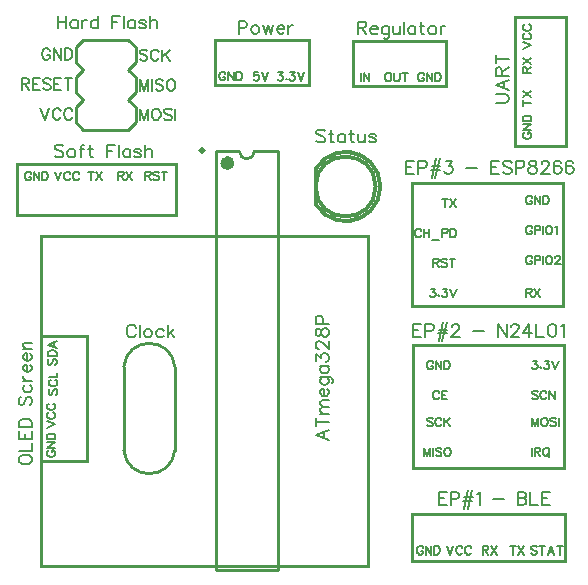
<source format=gto>
G04 ---------------------------- Layer name :TOP SILK LAYER*
G04 EasyEDA v5.8.22, Sun, 20 Jan 2019 09:53:09 GMT*
G04 867d7e44f41141d591986c9d2056cd44*
G04 Gerber Generator version 0.2*
G04 Scale: 100 percent, Rotated: No, Reflected: No *
G04 Dimensions in millimeters *
G04 leading zeros omitted , absolute positions ,3 integer and 3 decimal *
%FSLAX33Y33*%
%MOMM*%
G90*
G71D02*

%ADD10C,0.254000*%
%ADD15C,0.304516*%
%ADD16C,0.304521*%
%ADD17C,0.599999*%
%ADD18C,0.299999*%
%ADD19C,0.127000*%
%ADD20C,0.200000*%
%ADD21C,0.177800*%
%ADD22C,0.152000*%

%LPD*%
G54D15*
G01X26141Y35491D02*
G01X26141Y32504D01*
G54D10*
G01X14224Y18757D02*
G01X14224Y11645D01*
G01X9906Y18757D02*
G01X9906Y11645D01*
G01X6477Y46443D02*
G01X5842Y45808D01*
G01X5842Y44538D02*
G01X6477Y43903D01*
G01X6477Y43903D02*
G01X5842Y43268D01*
G01X5842Y41998D02*
G01X6477Y41363D01*
G01X6477Y41363D02*
G01X5842Y40728D01*
G01X5842Y39458D02*
G01X6477Y38823D01*
G01X10281Y46433D02*
G01X10916Y45798D01*
G01X10916Y44528D02*
G01X10916Y45798D01*
G01X10281Y43893D02*
G01X10916Y43258D01*
G01X10916Y43258D02*
G01X10916Y41988D01*
G01X10916Y41988D02*
G01X10281Y41353D01*
G01X10281Y41353D02*
G01X10916Y40718D01*
G01X10916Y40718D02*
G01X10916Y39448D01*
G01X10916Y39448D02*
G01X10281Y38813D01*
G01X10281Y38813D02*
G01X6491Y38813D01*
G01X5842Y40728D02*
G01X5842Y39458D01*
G01X5842Y43268D02*
G01X5842Y41998D01*
G01X5842Y45808D02*
G01X5842Y44538D01*
G01X10921Y44536D02*
G01X10286Y43901D01*
G01X6471Y46443D02*
G01X10242Y46443D01*
G01X20955Y36965D02*
G01X22970Y36965D01*
G01X22970Y1565D01*
G01X17669Y1565D01*
G01X17669Y36965D01*
G01X19685Y36965D01*
G54D19*
G01X26929Y38668D02*
G01X26824Y38773D01*
G01X26670Y38823D01*
G01X26461Y38823D01*
G01X26306Y38773D01*
G01X26202Y38668D01*
G01X26202Y38564D01*
G01X26253Y38460D01*
G01X26306Y38409D01*
G01X26410Y38356D01*
G01X26723Y38252D01*
G01X26824Y38201D01*
G01X26878Y38150D01*
G01X26929Y38046D01*
G01X26929Y37889D01*
G01X26824Y37785D01*
G01X26670Y37734D01*
G01X26461Y37734D01*
G01X26306Y37785D01*
G01X26202Y37889D01*
G01X27429Y38823D02*
G01X27429Y37942D01*
G01X27480Y37785D01*
G01X27584Y37734D01*
G01X27688Y37734D01*
G01X27271Y38460D02*
G01X27637Y38460D01*
G01X28653Y38460D02*
G01X28653Y37734D01*
G01X28653Y38305D02*
G01X28552Y38409D01*
G01X28448Y38460D01*
G01X28290Y38460D01*
G01X28186Y38409D01*
G01X28082Y38305D01*
G01X28031Y38150D01*
G01X28031Y38046D01*
G01X28082Y37889D01*
G01X28186Y37785D01*
G01X28290Y37734D01*
G01X28448Y37734D01*
G01X28552Y37785D01*
G01X28653Y37889D01*
G01X29154Y38823D02*
G01X29154Y37942D01*
G01X29204Y37785D01*
G01X29309Y37734D01*
G01X29413Y37734D01*
G01X28996Y38460D02*
G01X29362Y38460D01*
G01X29756Y38460D02*
G01X29756Y37942D01*
G01X29809Y37785D01*
G01X29911Y37734D01*
G01X30068Y37734D01*
G01X30172Y37785D01*
G01X30327Y37942D01*
G01X30327Y38460D02*
G01X30327Y37734D01*
G01X31242Y38305D02*
G01X31191Y38409D01*
G01X31033Y38460D01*
G01X30878Y38460D01*
G01X30723Y38409D01*
G01X30670Y38305D01*
G01X30723Y38201D01*
G01X30825Y38150D01*
G01X31087Y38097D01*
G01X31191Y38046D01*
G01X31242Y37942D01*
G01X31242Y37889D01*
G01X31191Y37785D01*
G01X31033Y37734D01*
G01X30878Y37734D01*
G01X30723Y37785D01*
G01X30670Y37889D01*
G01X10939Y22054D02*
G01X10886Y22158D01*
G01X10782Y22263D01*
G01X10680Y22313D01*
G01X10472Y22313D01*
G01X10368Y22263D01*
G01X10264Y22158D01*
G01X10210Y22054D01*
G01X10160Y21899D01*
G01X10160Y21640D01*
G01X10210Y21483D01*
G01X10264Y21379D01*
G01X10368Y21275D01*
G01X10472Y21224D01*
G01X10680Y21224D01*
G01X10782Y21275D01*
G01X10886Y21379D01*
G01X10939Y21483D01*
G01X11282Y22313D02*
G01X11282Y21224D01*
G01X11884Y21950D02*
G01X11780Y21899D01*
G01X11676Y21795D01*
G01X11625Y21640D01*
G01X11625Y21536D01*
G01X11676Y21379D01*
G01X11780Y21275D01*
G01X11884Y21224D01*
G01X12039Y21224D01*
G01X12143Y21275D01*
G01X12247Y21379D01*
G01X12301Y21536D01*
G01X12301Y21640D01*
G01X12247Y21795D01*
G01X12143Y21899D01*
G01X12039Y21950D01*
G01X11884Y21950D01*
G01X13266Y21795D02*
G01X13162Y21899D01*
G01X13058Y21950D01*
G01X12903Y21950D01*
G01X12799Y21899D01*
G01X12694Y21795D01*
G01X12644Y21640D01*
G01X12644Y21536D01*
G01X12694Y21379D01*
G01X12799Y21275D01*
G01X12903Y21224D01*
G01X13058Y21224D01*
G01X13162Y21275D01*
G01X13266Y21379D01*
G01X13609Y22313D02*
G01X13609Y21224D01*
G01X14130Y21950D02*
G01X13609Y21432D01*
G01X13817Y21640D02*
G01X14180Y21224D01*
G01X4318Y48475D02*
G01X4318Y47386D01*
G01X5044Y48475D02*
G01X5044Y47386D01*
G01X4318Y47957D02*
G01X5044Y47957D01*
G01X6012Y48112D02*
G01X6012Y47386D01*
G01X6012Y47957D02*
G01X5908Y48061D01*
G01X5803Y48112D01*
G01X5648Y48112D01*
G01X5544Y48061D01*
G01X5440Y47957D01*
G01X5387Y47802D01*
G01X5387Y47698D01*
G01X5440Y47541D01*
G01X5544Y47437D01*
G01X5648Y47386D01*
G01X5803Y47386D01*
G01X5908Y47437D01*
G01X6012Y47541D01*
G01X6355Y48112D02*
G01X6355Y47386D01*
G01X6355Y47802D02*
G01X6405Y47957D01*
G01X6510Y48061D01*
G01X6614Y48112D01*
G01X6769Y48112D01*
G01X7736Y48475D02*
G01X7736Y47386D01*
G01X7736Y47957D02*
G01X7632Y48061D01*
G01X7528Y48112D01*
G01X7373Y48112D01*
G01X7269Y48061D01*
G01X7165Y47957D01*
G01X7112Y47802D01*
G01X7112Y47698D01*
G01X7165Y47541D01*
G01X7269Y47437D01*
G01X7373Y47386D01*
G01X7528Y47386D01*
G01X7632Y47437D01*
G01X7736Y47541D01*
G01X8879Y48475D02*
G01X8879Y47386D01*
G01X8879Y48475D02*
G01X9555Y48475D01*
G01X8879Y47957D02*
G01X9296Y47957D01*
G01X9898Y48475D02*
G01X9898Y47386D01*
G01X10863Y48112D02*
G01X10863Y47386D01*
G01X10863Y47957D02*
G01X10759Y48061D01*
G01X10655Y48112D01*
G01X10500Y48112D01*
G01X10396Y48061D01*
G01X10292Y47957D01*
G01X10241Y47802D01*
G01X10241Y47698D01*
G01X10292Y47541D01*
G01X10396Y47437D01*
G01X10500Y47386D01*
G01X10655Y47386D01*
G01X10759Y47437D01*
G01X10863Y47541D01*
G01X11777Y47957D02*
G01X11727Y48061D01*
G01X11569Y48112D01*
G01X11414Y48112D01*
G01X11259Y48061D01*
G01X11206Y47957D01*
G01X11259Y47853D01*
G01X11363Y47802D01*
G01X11623Y47749D01*
G01X11727Y47698D01*
G01X11777Y47594D01*
G01X11777Y47541D01*
G01X11727Y47437D01*
G01X11569Y47386D01*
G01X11414Y47386D01*
G01X11259Y47437D01*
G01X11206Y47541D01*
G01X12120Y48475D02*
G01X12120Y47386D01*
G01X12120Y47904D02*
G01X12278Y48061D01*
G01X12382Y48112D01*
G01X12537Y48112D01*
G01X12641Y48061D01*
G01X12692Y47904D01*
G01X12692Y47386D01*
G54D20*
G01X2847Y40603D02*
G01X3210Y39648D01*
G01X3573Y40603D02*
G01X3210Y39648D01*
G01X4556Y40375D02*
G01X4511Y40466D01*
G01X4419Y40558D01*
G01X4328Y40603D01*
G01X4147Y40603D01*
G01X4056Y40558D01*
G01X3964Y40466D01*
G01X3919Y40375D01*
G01X3873Y40240D01*
G01X3873Y40012D01*
G01X3919Y39874D01*
G01X3964Y39786D01*
G01X4056Y39694D01*
G01X4147Y39648D01*
G01X4328Y39648D01*
G01X4419Y39694D01*
G01X4511Y39786D01*
G01X4556Y39874D01*
G01X5537Y40375D02*
G01X5494Y40466D01*
G01X5402Y40558D01*
G01X5311Y40603D01*
G01X5128Y40603D01*
G01X5039Y40558D01*
G01X4947Y40466D01*
G01X4902Y40375D01*
G01X4856Y40240D01*
G01X4856Y40012D01*
G01X4902Y39874D01*
G01X4947Y39786D01*
G01X5039Y39694D01*
G01X5128Y39648D01*
G01X5311Y39648D01*
G01X5402Y39694D01*
G01X5494Y39786D01*
G01X5537Y39874D01*
G01X11262Y40573D02*
G01X11262Y39618D01*
G01X11262Y40573D02*
G01X11625Y39618D01*
G01X11988Y40573D02*
G01X11625Y39618D01*
G01X11988Y40573D02*
G01X11988Y39618D01*
G01X12562Y40573D02*
G01X12471Y40528D01*
G01X12379Y40436D01*
G01X12333Y40345D01*
G01X12288Y40210D01*
G01X12288Y39982D01*
G01X12333Y39844D01*
G01X12379Y39756D01*
G01X12471Y39664D01*
G01X12562Y39618D01*
G01X12742Y39618D01*
G01X12834Y39664D01*
G01X12925Y39756D01*
G01X12971Y39844D01*
G01X13017Y39982D01*
G01X13017Y40210D01*
G01X12971Y40345D01*
G01X12925Y40436D01*
G01X12834Y40528D01*
G01X12742Y40573D01*
G01X12562Y40573D01*
G01X13951Y40436D02*
G01X13863Y40528D01*
G01X13725Y40573D01*
G01X13543Y40573D01*
G01X13408Y40528D01*
G01X13316Y40436D01*
G01X13316Y40345D01*
G01X13362Y40253D01*
G01X13408Y40210D01*
G01X13497Y40165D01*
G01X13771Y40073D01*
G01X13863Y40027D01*
G01X13908Y39982D01*
G01X13951Y39890D01*
G01X13951Y39756D01*
G01X13863Y39664D01*
G01X13725Y39618D01*
G01X13543Y39618D01*
G01X13408Y39664D01*
G01X13316Y39756D01*
G01X14254Y40573D02*
G01X14254Y39618D01*
G01X11262Y43073D02*
G01X11262Y42118D01*
G01X11262Y43073D02*
G01X11625Y42118D01*
G01X11988Y43073D02*
G01X11625Y42118D01*
G01X11988Y43073D02*
G01X11988Y42118D01*
G01X12288Y43073D02*
G01X12288Y42118D01*
G01X13225Y42936D02*
G01X13134Y43028D01*
G01X12999Y43073D01*
G01X12816Y43073D01*
G01X12679Y43028D01*
G01X12590Y42936D01*
G01X12590Y42845D01*
G01X12633Y42753D01*
G01X12679Y42710D01*
G01X12770Y42664D01*
G01X13045Y42573D01*
G01X13134Y42527D01*
G01X13179Y42482D01*
G01X13225Y42390D01*
G01X13225Y42255D01*
G01X13134Y42164D01*
G01X12999Y42118D01*
G01X12816Y42118D01*
G01X12679Y42164D01*
G01X12590Y42255D01*
G01X13799Y43073D02*
G01X13708Y43028D01*
G01X13616Y42936D01*
G01X13570Y42845D01*
G01X13525Y42710D01*
G01X13525Y42482D01*
G01X13570Y42344D01*
G01X13616Y42255D01*
G01X13708Y42164D01*
G01X13799Y42118D01*
G01X13979Y42118D01*
G01X14071Y42164D01*
G01X14162Y42255D01*
G01X14208Y42344D01*
G01X14254Y42482D01*
G01X14254Y42710D01*
G01X14208Y42845D01*
G01X14162Y42936D01*
G01X14071Y43028D01*
G01X13979Y43073D01*
G01X13799Y43073D01*
G01X11899Y45456D02*
G01X11808Y45548D01*
G01X11671Y45594D01*
G01X11488Y45594D01*
G01X11353Y45548D01*
G01X11262Y45456D01*
G01X11262Y45365D01*
G01X11307Y45273D01*
G01X11353Y45230D01*
G01X11444Y45185D01*
G01X11716Y45093D01*
G01X11808Y45047D01*
G01X11853Y45002D01*
G01X11899Y44910D01*
G01X11899Y44776D01*
G01X11808Y44684D01*
G01X11671Y44638D01*
G01X11488Y44638D01*
G01X11353Y44684D01*
G01X11262Y44776D01*
G01X12880Y45365D02*
G01X12834Y45456D01*
G01X12742Y45548D01*
G01X12654Y45594D01*
G01X12471Y45594D01*
G01X12379Y45548D01*
G01X12288Y45456D01*
G01X12245Y45365D01*
G01X12199Y45230D01*
G01X12199Y45002D01*
G01X12245Y44865D01*
G01X12288Y44776D01*
G01X12379Y44684D01*
G01X12471Y44638D01*
G01X12654Y44638D01*
G01X12742Y44684D01*
G01X12834Y44776D01*
G01X12880Y44865D01*
G01X13179Y45594D02*
G01X13179Y44638D01*
G01X13817Y45594D02*
G01X13179Y44956D01*
G01X13408Y45185D02*
G01X13817Y44638D01*
G01X1247Y43143D02*
G01X1247Y42188D01*
G01X1247Y43143D02*
G01X1656Y43143D01*
G01X1793Y43098D01*
G01X1838Y43052D01*
G01X1884Y42961D01*
G01X1884Y42869D01*
G01X1838Y42780D01*
G01X1793Y42734D01*
G01X1656Y42689D01*
G01X1247Y42689D01*
G01X1564Y42689D02*
G01X1884Y42188D01*
G01X2184Y43143D02*
G01X2184Y42188D01*
G01X2184Y43143D02*
G01X2773Y43143D01*
G01X2184Y42689D02*
G01X2547Y42689D01*
G01X2184Y42188D02*
G01X2773Y42188D01*
G01X3710Y43006D02*
G01X3619Y43098D01*
G01X3482Y43143D01*
G01X3302Y43143D01*
G01X3164Y43098D01*
G01X3073Y43006D01*
G01X3073Y42915D01*
G01X3119Y42823D01*
G01X3164Y42780D01*
G01X3256Y42734D01*
G01X3528Y42643D01*
G01X3619Y42597D01*
G01X3665Y42552D01*
G01X3710Y42460D01*
G01X3710Y42326D01*
G01X3619Y42234D01*
G01X3482Y42188D01*
G01X3302Y42188D01*
G01X3164Y42234D01*
G01X3073Y42326D01*
G01X4010Y43143D02*
G01X4010Y42188D01*
G01X4010Y43143D02*
G01X4602Y43143D01*
G01X4010Y42689D02*
G01X4373Y42689D01*
G01X4010Y42188D02*
G01X4602Y42188D01*
G01X5219Y43143D02*
G01X5219Y42188D01*
G01X4902Y43143D02*
G01X5537Y43143D01*
G01X3662Y45465D02*
G01X3619Y45556D01*
G01X3528Y45648D01*
G01X3436Y45693D01*
G01X3253Y45693D01*
G01X3164Y45648D01*
G01X3073Y45556D01*
G01X3027Y45465D01*
G01X2981Y45330D01*
G01X2981Y45102D01*
G01X3027Y44964D01*
G01X3073Y44875D01*
G01X3164Y44784D01*
G01X3253Y44738D01*
G01X3436Y44738D01*
G01X3528Y44784D01*
G01X3619Y44875D01*
G01X3662Y44964D01*
G01X3662Y45102D01*
G01X3436Y45102D02*
G01X3662Y45102D01*
G01X3964Y45693D02*
G01X3964Y44738D01*
G01X3964Y45693D02*
G01X4599Y44738D01*
G01X4599Y45693D02*
G01X4599Y44738D01*
G01X4899Y45693D02*
G01X4899Y44738D01*
G01X4899Y45693D02*
G01X5217Y45693D01*
G01X5354Y45648D01*
G01X5445Y45556D01*
G01X5491Y45465D01*
G01X5537Y45330D01*
G01X5537Y45102D01*
G01X5491Y44964D01*
G01X5445Y44875D01*
G01X5354Y44784D01*
G01X5217Y44738D01*
G01X4899Y44738D01*
G54D19*
G01X26162Y12926D02*
G01X27251Y12509D01*
G01X26162Y12926D02*
G01X27251Y13340D01*
G01X26888Y12664D02*
G01X26888Y13185D01*
G01X26162Y14046D02*
G01X27251Y14046D01*
G01X26162Y13682D02*
G01X26162Y14411D01*
G01X26525Y14754D02*
G01X27251Y14754D01*
G01X26733Y14754D02*
G01X26576Y14909D01*
G01X26525Y15013D01*
G01X26525Y15168D01*
G01X26576Y15272D01*
G01X26733Y15326D01*
G01X27251Y15326D01*
G01X26733Y15326D02*
G01X26576Y15481D01*
G01X26525Y15585D01*
G01X26525Y15740D01*
G01X26576Y15844D01*
G01X26733Y15897D01*
G01X27251Y15897D01*
G01X26835Y16240D02*
G01X26835Y16863D01*
G01X26733Y16863D01*
G01X26629Y16812D01*
G01X26576Y16758D01*
G01X26525Y16654D01*
G01X26525Y16499D01*
G01X26576Y16395D01*
G01X26680Y16291D01*
G01X26835Y16240D01*
G01X26939Y16240D01*
G01X27096Y16291D01*
G01X27200Y16395D01*
G01X27251Y16499D01*
G01X27251Y16654D01*
G01X27200Y16758D01*
G01X27096Y16863D01*
G01X26525Y17830D02*
G01X27355Y17830D01*
G01X27510Y17777D01*
G01X27564Y17726D01*
G01X27614Y17622D01*
G01X27614Y17465D01*
G01X27564Y17360D01*
G01X26680Y17830D02*
G01X26576Y17726D01*
G01X26525Y17622D01*
G01X26525Y17465D01*
G01X26576Y17360D01*
G01X26680Y17259D01*
G01X26835Y17205D01*
G01X26939Y17205D01*
G01X27096Y17259D01*
G01X27200Y17360D01*
G01X27251Y17465D01*
G01X27251Y17622D01*
G01X27200Y17726D01*
G01X27096Y17830D01*
G01X26525Y18795D02*
G01X27251Y18795D01*
G01X26680Y18795D02*
G01X26576Y18691D01*
G01X26525Y18587D01*
G01X26525Y18432D01*
G01X26576Y18328D01*
G01X26680Y18224D01*
G01X26835Y18173D01*
G01X26939Y18173D01*
G01X27096Y18224D01*
G01X27200Y18328D01*
G01X27251Y18432D01*
G01X27251Y18587D01*
G01X27200Y18691D01*
G01X27096Y18795D01*
G01X26162Y19243D02*
G01X26162Y19814D01*
G01X26576Y19502D01*
G01X26576Y19659D01*
G01X26629Y19761D01*
G01X26680Y19814D01*
G01X26835Y19865D01*
G01X26939Y19865D01*
G01X27096Y19814D01*
G01X27200Y19710D01*
G01X27251Y19555D01*
G01X27251Y19397D01*
G01X27200Y19243D01*
G01X27147Y19189D01*
G01X27043Y19138D01*
G01X26421Y20261D02*
G01X26367Y20261D01*
G01X26263Y20312D01*
G01X26212Y20365D01*
G01X26162Y20469D01*
G01X26162Y20675D01*
G01X26212Y20779D01*
G01X26263Y20833D01*
G01X26367Y20883D01*
G01X26471Y20883D01*
G01X26576Y20833D01*
G01X26733Y20728D01*
G01X27251Y20208D01*
G01X27251Y20937D01*
G01X26162Y21539D02*
G01X26212Y21384D01*
G01X26316Y21330D01*
G01X26421Y21330D01*
G01X26525Y21384D01*
G01X26576Y21488D01*
G01X26629Y21694D01*
G01X26680Y21851D01*
G01X26784Y21955D01*
G01X26888Y22006D01*
G01X27043Y22006D01*
G01X27147Y21955D01*
G01X27200Y21902D01*
G01X27251Y21747D01*
G01X27251Y21539D01*
G01X27200Y21384D01*
G01X27147Y21330D01*
G01X27043Y21280D01*
G01X26888Y21280D01*
G01X26784Y21330D01*
G01X26680Y21435D01*
G01X26629Y21589D01*
G01X26576Y21798D01*
G01X26525Y21902D01*
G01X26421Y21955D01*
G01X26316Y21955D01*
G01X26212Y21902D01*
G01X26162Y21747D01*
G01X26162Y21539D01*
G01X26162Y22349D02*
G01X27251Y22349D01*
G01X26162Y22349D02*
G01X26162Y22816D01*
G01X26212Y22974D01*
G01X26263Y23025D01*
G01X26367Y23075D01*
G01X26525Y23075D01*
G01X26629Y23025D01*
G01X26680Y22974D01*
G01X26733Y22816D01*
G01X26733Y22349D01*
G54D21*
G01X41389Y41103D02*
G01X42166Y41103D01*
G01X42324Y41156D01*
G01X42428Y41261D01*
G01X42479Y41415D01*
G01X42479Y41520D01*
G01X42428Y41675D01*
G01X42324Y41779D01*
G01X42166Y41832D01*
G01X41389Y41832D01*
G01X41389Y42589D02*
G01X42479Y42175D01*
G01X41389Y42589D02*
G01X42479Y43006D01*
G01X42115Y42330D02*
G01X42115Y42851D01*
G01X41389Y43348D02*
G01X42479Y43348D01*
G01X41389Y43348D02*
G01X41389Y43816D01*
G01X41440Y43973D01*
G01X41490Y44024D01*
G01X41595Y44075D01*
G01X41699Y44075D01*
G01X41803Y44024D01*
G01X41856Y43973D01*
G01X41907Y43816D01*
G01X41907Y43348D01*
G01X41907Y43712D02*
G01X42479Y44075D01*
G01X41389Y44784D02*
G01X42479Y44784D01*
G01X41389Y44418D02*
G01X41389Y45147D01*
G54D22*
G01X43848Y38573D02*
G01X43779Y38538D01*
G01X43708Y38469D01*
G01X43675Y38401D01*
G01X43675Y38263D01*
G01X43708Y38192D01*
G01X43779Y38124D01*
G01X43848Y38091D01*
G01X43952Y38055D01*
G01X44124Y38055D01*
G01X44226Y38091D01*
G01X44297Y38124D01*
G01X44366Y38192D01*
G01X44399Y38263D01*
G01X44399Y38401D01*
G01X44366Y38469D01*
G01X44297Y38538D01*
G01X44226Y38573D01*
G01X44124Y38573D01*
G01X44124Y38401D02*
G01X44124Y38573D01*
G01X43675Y38802D02*
G01X44399Y38802D01*
G01X43675Y38802D02*
G01X44399Y39284D01*
G01X43675Y39284D02*
G01X44399Y39284D01*
G01X43675Y39513D02*
G01X44399Y39513D01*
G01X43675Y39513D02*
G01X43675Y39754D01*
G01X43708Y39858D01*
G01X43779Y39927D01*
G01X43848Y39963D01*
G01X43952Y39996D01*
G01X44124Y39996D01*
G01X44226Y39963D01*
G01X44297Y39927D01*
G01X44366Y39858D01*
G01X44399Y39754D01*
G01X44399Y39513D01*
G01X43675Y45675D02*
G01X44399Y45952D01*
G01X43675Y46229D02*
G01X44399Y45952D01*
G01X43848Y46973D02*
G01X43779Y46940D01*
G01X43708Y46871D01*
G01X43675Y46800D01*
G01X43675Y46663D01*
G01X43708Y46595D01*
G01X43779Y46526D01*
G01X43848Y46490D01*
G01X43952Y46455D01*
G01X44124Y46455D01*
G01X44226Y46490D01*
G01X44297Y46526D01*
G01X44366Y46595D01*
G01X44399Y46663D01*
G01X44399Y46800D01*
G01X44366Y46871D01*
G01X44297Y46940D01*
G01X44226Y46973D01*
G01X43848Y47720D02*
G01X43779Y47687D01*
G01X43708Y47616D01*
G01X43675Y47547D01*
G01X43675Y47410D01*
G01X43708Y47341D01*
G01X43779Y47270D01*
G01X43848Y47237D01*
G01X43952Y47202D01*
G01X44124Y47202D01*
G01X44226Y47237D01*
G01X44297Y47270D01*
G01X44366Y47341D01*
G01X44399Y47410D01*
G01X44399Y47547D01*
G01X44366Y47616D01*
G01X44297Y47687D01*
G01X44226Y47720D01*
G01X43675Y41090D02*
G01X44399Y41090D01*
G01X43675Y40849D02*
G01X43675Y41332D01*
G01X43675Y41560D02*
G01X44399Y42045D01*
G01X43675Y42045D02*
G01X44399Y41560D01*
G01X43675Y43643D02*
G01X44399Y43643D01*
G01X43675Y43643D02*
G01X43675Y43953D01*
G01X43708Y44057D01*
G01X43743Y44093D01*
G01X43812Y44126D01*
G01X43881Y44126D01*
G01X43952Y44093D01*
G01X43985Y44057D01*
G01X44020Y43953D01*
G01X44020Y43643D01*
G01X44020Y43884D02*
G01X44399Y44126D01*
G01X43675Y44354D02*
G01X44399Y44839D01*
G01X43675Y44839D02*
G01X44399Y44354D01*
G54D21*
G01X1016Y10772D02*
G01X1066Y10668D01*
G01X1170Y10563D01*
G01X1275Y10513D01*
G01X1430Y10462D01*
G01X1689Y10462D01*
G01X1846Y10513D01*
G01X1950Y10563D01*
G01X2054Y10668D01*
G01X2105Y10772D01*
G01X2105Y10980D01*
G01X2054Y11084D01*
G01X1950Y11188D01*
G01X1846Y11239D01*
G01X1689Y11292D01*
G01X1430Y11292D01*
G01X1275Y11239D01*
G01X1170Y11188D01*
G01X1066Y11084D01*
G01X1016Y10980D01*
G01X1016Y10772D01*
G01X1016Y11635D02*
G01X2105Y11635D01*
G01X2105Y11635D02*
G01X2105Y12258D01*
G01X1016Y12600D02*
G01X2105Y12600D01*
G01X1016Y12600D02*
G01X1016Y13276D01*
G01X1534Y12600D02*
G01X1534Y13017D01*
G01X2105Y12600D02*
G01X2105Y13276D01*
G01X1016Y13619D02*
G01X2105Y13619D01*
G01X1016Y13619D02*
G01X1016Y13982D01*
G01X1066Y14140D01*
G01X1170Y14244D01*
G01X1275Y14295D01*
G01X1430Y14348D01*
G01X1689Y14348D01*
G01X1846Y14295D01*
G01X1950Y14244D01*
G01X2054Y14140D01*
G01X2105Y13982D01*
G01X2105Y13619D01*
G01X1170Y16217D02*
G01X1066Y16113D01*
G01X1016Y15958D01*
G01X1016Y15750D01*
G01X1066Y15593D01*
G01X1170Y15491D01*
G01X1275Y15491D01*
G01X1379Y15542D01*
G01X1430Y15593D01*
G01X1483Y15697D01*
G01X1587Y16009D01*
G01X1638Y16113D01*
G01X1689Y16164D01*
G01X1793Y16217D01*
G01X1950Y16217D01*
G01X2054Y16113D01*
G01X2105Y15958D01*
G01X2105Y15750D01*
G01X2054Y15593D01*
G01X1950Y15491D01*
G01X1534Y17183D02*
G01X1430Y17078D01*
G01X1379Y16977D01*
G01X1379Y16819D01*
G01X1430Y16715D01*
G01X1534Y16611D01*
G01X1689Y16560D01*
G01X1793Y16560D01*
G01X1950Y16611D01*
G01X2054Y16715D01*
G01X2105Y16819D01*
G01X2105Y16977D01*
G01X2054Y17078D01*
G01X1950Y17183D01*
G01X1379Y17526D02*
G01X2105Y17526D01*
G01X1689Y17526D02*
G01X1534Y17579D01*
G01X1430Y17683D01*
G01X1379Y17787D01*
G01X1379Y17942D01*
G01X1689Y18285D02*
G01X1689Y18907D01*
G01X1587Y18907D01*
G01X1483Y18856D01*
G01X1430Y18806D01*
G01X1379Y18702D01*
G01X1379Y18544D01*
G01X1430Y18440D01*
G01X1534Y18336D01*
G01X1689Y18285D01*
G01X1793Y18285D01*
G01X1950Y18336D01*
G01X2054Y18440D01*
G01X2105Y18544D01*
G01X2105Y18702D01*
G01X2054Y18806D01*
G01X1950Y18907D01*
G01X1689Y19250D02*
G01X1689Y19875D01*
G01X1587Y19875D01*
G01X1483Y19822D01*
G01X1430Y19771D01*
G01X1379Y19667D01*
G01X1379Y19512D01*
G01X1430Y19408D01*
G01X1534Y19304D01*
G01X1689Y19250D01*
G01X1793Y19250D01*
G01X1950Y19304D01*
G01X2054Y19408D01*
G01X2105Y19512D01*
G01X2105Y19667D01*
G01X2054Y19771D01*
G01X1950Y19875D01*
G01X1379Y20218D02*
G01X2105Y20218D01*
G01X1587Y20218D02*
G01X1430Y20373D01*
G01X1379Y20477D01*
G01X1379Y20634D01*
G01X1430Y20736D01*
G01X1587Y20789D01*
G01X2105Y20789D01*
G54D22*
G01X3568Y11656D02*
G01X3500Y11620D01*
G01X3429Y11551D01*
G01X3395Y11483D01*
G01X3395Y11346D01*
G01X3429Y11275D01*
G01X3500Y11206D01*
G01X3568Y11173D01*
G01X3672Y11137D01*
G01X3845Y11137D01*
G01X3947Y11173D01*
G01X4018Y11206D01*
G01X4086Y11275D01*
G01X4119Y11346D01*
G01X4119Y11483D01*
G01X4086Y11551D01*
G01X4018Y11620D01*
G01X3947Y11656D01*
G01X3845Y11656D01*
G01X3845Y11483D02*
G01X3845Y11656D01*
G01X3395Y11884D02*
G01X4119Y11884D01*
G01X3395Y11884D02*
G01X4119Y12367D01*
G01X3395Y12367D02*
G01X4119Y12367D01*
G01X3395Y12595D02*
G01X4119Y12595D01*
G01X3395Y12595D02*
G01X3395Y12837D01*
G01X3429Y12941D01*
G01X3500Y13009D01*
G01X3568Y13045D01*
G01X3672Y13078D01*
G01X3845Y13078D01*
G01X3947Y13045D01*
G01X4018Y13009D01*
G01X4086Y12941D01*
G01X4119Y12837D01*
G01X4119Y12595D01*
G01X3396Y13573D02*
G01X4119Y13850D01*
G01X3396Y14127D02*
G01X4119Y13850D01*
G01X3568Y14871D02*
G01X3500Y14838D01*
G01X3429Y14770D01*
G01X3396Y14699D01*
G01X3396Y14561D01*
G01X3429Y14493D01*
G01X3500Y14424D01*
G01X3568Y14389D01*
G01X3672Y14353D01*
G01X3845Y14353D01*
G01X3947Y14389D01*
G01X4018Y14424D01*
G01X4086Y14493D01*
G01X4119Y14561D01*
G01X4119Y14699D01*
G01X4086Y14770D01*
G01X4018Y14838D01*
G01X3947Y14871D01*
G01X3568Y15618D02*
G01X3500Y15585D01*
G01X3429Y15514D01*
G01X3396Y15445D01*
G01X3396Y15308D01*
G01X3429Y15240D01*
G01X3500Y15168D01*
G01X3568Y15135D01*
G01X3672Y15100D01*
G01X3845Y15100D01*
G01X3947Y15135D01*
G01X4018Y15168D01*
G01X4086Y15240D01*
G01X4119Y15308D01*
G01X4119Y15445D01*
G01X4086Y15514D01*
G01X4018Y15585D01*
G01X3947Y15618D01*
G01X3660Y16860D02*
G01X3588Y16791D01*
G01X3555Y16687D01*
G01X3555Y16550D01*
G01X3588Y16446D01*
G01X3660Y16377D01*
G01X3728Y16377D01*
G01X3797Y16413D01*
G01X3832Y16446D01*
G01X3865Y16515D01*
G01X3934Y16723D01*
G01X3969Y16791D01*
G01X4005Y16827D01*
G01X4074Y16860D01*
G01X4178Y16860D01*
G01X4246Y16791D01*
G01X4279Y16687D01*
G01X4279Y16550D01*
G01X4246Y16446D01*
G01X4178Y16377D01*
G01X3728Y17607D02*
G01X3660Y17574D01*
G01X3588Y17503D01*
G01X3555Y17434D01*
G01X3555Y17297D01*
G01X3588Y17228D01*
G01X3660Y17157D01*
G01X3728Y17124D01*
G01X3832Y17089D01*
G01X4005Y17089D01*
G01X4107Y17124D01*
G01X4178Y17157D01*
G01X4246Y17228D01*
G01X4279Y17297D01*
G01X4279Y17434D01*
G01X4246Y17503D01*
G01X4178Y17574D01*
G01X4107Y17607D01*
G01X3555Y17835D02*
G01X4279Y17835D01*
G01X4279Y17835D02*
G01X4279Y18249D01*
G01X3594Y19403D02*
G01X3523Y19334D01*
G01X3489Y19230D01*
G01X3489Y19093D01*
G01X3523Y18989D01*
G01X3594Y18920D01*
G01X3662Y18920D01*
G01X3731Y18956D01*
G01X3766Y18989D01*
G01X3799Y19057D01*
G01X3868Y19265D01*
G01X3904Y19334D01*
G01X3939Y19370D01*
G01X4008Y19403D01*
G01X4112Y19403D01*
G01X4180Y19334D01*
G01X4213Y19230D01*
G01X4213Y19093D01*
G01X4180Y18989D01*
G01X4112Y18920D01*
G01X3489Y19631D02*
G01X4213Y19631D01*
G01X3489Y19631D02*
G01X3489Y19873D01*
G01X3523Y19977D01*
G01X3594Y20045D01*
G01X3662Y20081D01*
G01X3766Y20116D01*
G01X3939Y20116D01*
G01X4041Y20081D01*
G01X4112Y20045D01*
G01X4180Y19977D01*
G01X4213Y19873D01*
G01X4213Y19631D01*
G01X3489Y20619D02*
G01X4213Y20342D01*
G01X3489Y20619D02*
G01X4213Y20896D01*
G01X3972Y20447D02*
G01X3972Y20792D01*
G54D21*
G01X36576Y8135D02*
G01X36576Y7045D01*
G01X36576Y8135D02*
G01X37251Y8135D01*
G01X36576Y7617D02*
G01X36992Y7617D01*
G01X36576Y7045D02*
G01X37251Y7045D01*
G01X37594Y8135D02*
G01X37594Y7045D01*
G01X37594Y8135D02*
G01X38061Y8135D01*
G01X38216Y8084D01*
G01X38270Y8034D01*
G01X38320Y7929D01*
G01X38320Y7772D01*
G01X38270Y7668D01*
G01X38216Y7617D01*
G01X38061Y7564D01*
G01X37594Y7564D01*
G01X39080Y8343D02*
G01X38717Y6682D01*
G01X39392Y8343D02*
G01X39027Y6682D01*
G01X38717Y7668D02*
G01X39443Y7668D01*
G01X38663Y7358D02*
G01X39392Y7358D01*
G01X39786Y7929D02*
G01X39890Y7980D01*
G01X40045Y8135D01*
G01X40045Y7045D01*
G01X41188Y7513D02*
G01X42125Y7513D01*
G01X43268Y8135D02*
G01X43268Y7045D01*
G01X43268Y8135D02*
G01X43736Y8135D01*
G01X43891Y8084D01*
G01X43942Y8034D01*
G01X43995Y7929D01*
G01X43995Y7825D01*
G01X43942Y7721D01*
G01X43891Y7668D01*
G01X43736Y7617D01*
G01X43268Y7617D02*
G01X43736Y7617D01*
G01X43891Y7564D01*
G01X43942Y7513D01*
G01X43995Y7409D01*
G01X43995Y7254D01*
G01X43942Y7150D01*
G01X43891Y7096D01*
G01X43736Y7045D01*
G01X43268Y7045D01*
G01X44338Y8135D02*
G01X44338Y7045D01*
G01X44338Y7045D02*
G01X44960Y7045D01*
G01X45303Y8135D02*
G01X45303Y7045D01*
G01X45303Y8135D02*
G01X45979Y8135D01*
G01X45303Y7617D02*
G01X45720Y7617D01*
G01X45303Y7045D02*
G01X45979Y7045D01*
G54D22*
G01X35242Y3380D02*
G01X35206Y3449D01*
G01X35138Y3520D01*
G01X35069Y3553D01*
G01X34932Y3553D01*
G01X34861Y3520D01*
G01X34792Y3449D01*
G01X34759Y3380D01*
G01X34724Y3276D01*
G01X34724Y3103D01*
G01X34759Y3002D01*
G01X34792Y2931D01*
G01X34861Y2862D01*
G01X34932Y2829D01*
G01X35069Y2829D01*
G01X35138Y2862D01*
G01X35206Y2931D01*
G01X35242Y3002D01*
G01X35242Y3103D01*
G01X35069Y3103D02*
G01X35242Y3103D01*
G01X35471Y3553D02*
G01X35471Y2829D01*
G01X35471Y3553D02*
G01X35953Y2829D01*
G01X35953Y3553D02*
G01X35953Y2829D01*
G01X36182Y3553D02*
G01X36182Y2829D01*
G01X36182Y3553D02*
G01X36423Y3553D01*
G01X36527Y3520D01*
G01X36596Y3449D01*
G01X36631Y3380D01*
G01X36664Y3276D01*
G01X36664Y3103D01*
G01X36631Y3002D01*
G01X36596Y2931D01*
G01X36527Y2862D01*
G01X36423Y2829D01*
G01X36182Y2829D01*
G01X37264Y3553D02*
G01X37541Y2829D01*
G01X37818Y3553D02*
G01X37541Y2829D01*
G01X38562Y3380D02*
G01X38529Y3449D01*
G01X38460Y3520D01*
G01X38389Y3553D01*
G01X38252Y3553D01*
G01X38183Y3520D01*
G01X38115Y3449D01*
G01X38079Y3380D01*
G01X38044Y3276D01*
G01X38044Y3103D01*
G01X38079Y3002D01*
G01X38115Y2931D01*
G01X38183Y2862D01*
G01X38252Y2829D01*
G01X38389Y2829D01*
G01X38460Y2862D01*
G01X38529Y2931D01*
G01X38562Y3002D01*
G01X39308Y3380D02*
G01X39275Y3449D01*
G01X39204Y3520D01*
G01X39136Y3553D01*
G01X38999Y3553D01*
G01X38930Y3520D01*
G01X38859Y3449D01*
G01X38826Y3380D01*
G01X38790Y3276D01*
G01X38790Y3103D01*
G01X38826Y3002D01*
G01X38859Y2931D01*
G01X38930Y2862D01*
G01X38999Y2829D01*
G01X39136Y2829D01*
G01X39204Y2862D01*
G01X39275Y2931D01*
G01X39308Y3002D01*
G01X40279Y3553D02*
G01X40279Y2829D01*
G01X40279Y3553D02*
G01X40589Y3553D01*
G01X40693Y3520D01*
G01X40728Y3484D01*
G01X40761Y3416D01*
G01X40761Y3347D01*
G01X40728Y3276D01*
G01X40693Y3243D01*
G01X40589Y3208D01*
G01X40279Y3208D01*
G01X40520Y3208D02*
G01X40761Y2829D01*
G01X40990Y3553D02*
G01X41475Y2829D01*
G01X41475Y3553D02*
G01X40990Y2829D01*
G01X42839Y3553D02*
G01X42839Y2829D01*
G01X42598Y3553D02*
G01X43080Y3553D01*
G01X43309Y3553D02*
G01X43794Y2829D01*
G01X43794Y3553D02*
G01X43309Y2829D01*
G01X44858Y3449D02*
G01X44790Y3520D01*
G01X44686Y3553D01*
G01X44549Y3553D01*
G01X44444Y3520D01*
G01X44376Y3449D01*
G01X44376Y3380D01*
G01X44411Y3312D01*
G01X44444Y3276D01*
G01X44513Y3243D01*
G01X44721Y3175D01*
G01X44790Y3139D01*
G01X44825Y3103D01*
G01X44858Y3035D01*
G01X44858Y2931D01*
G01X44790Y2862D01*
G01X44686Y2829D01*
G01X44549Y2829D01*
G01X44444Y2862D01*
G01X44376Y2931D01*
G01X45328Y3553D02*
G01X45328Y2829D01*
G01X45087Y3553D02*
G01X45572Y3553D01*
G01X46075Y3553D02*
G01X45798Y2829D01*
G01X46075Y3553D02*
G01X46352Y2829D01*
G01X45902Y3070D02*
G01X46248Y3070D01*
G01X46822Y3553D02*
G01X46822Y2829D01*
G01X46581Y3553D02*
G01X47063Y3553D01*
G54D21*
G01X33832Y36167D02*
G01X33832Y35077D01*
G01X33832Y36167D02*
G01X34508Y36167D01*
G01X33832Y35648D02*
G01X34249Y35648D01*
G01X33832Y35077D02*
G01X34508Y35077D01*
G01X34851Y36167D02*
G01X34851Y35077D01*
G01X34851Y36167D02*
G01X35318Y36167D01*
G01X35473Y36116D01*
G01X35526Y36062D01*
G01X35577Y35961D01*
G01X35577Y35803D01*
G01X35526Y35699D01*
G01X35473Y35648D01*
G01X35318Y35595D01*
G01X34851Y35595D01*
G01X36337Y36375D02*
G01X35974Y34714D01*
G01X36649Y36375D02*
G01X36283Y34714D01*
G01X35974Y35699D02*
G01X36700Y35699D01*
G01X35920Y35389D02*
G01X36649Y35389D01*
G01X37147Y36167D02*
G01X37719Y36167D01*
G01X37406Y35753D01*
G01X37564Y35753D01*
G01X37668Y35699D01*
G01X37719Y35648D01*
G01X37769Y35491D01*
G01X37769Y35389D01*
G01X37719Y35232D01*
G01X37614Y35128D01*
G01X37459Y35077D01*
G01X37302Y35077D01*
G01X37147Y35128D01*
G01X37096Y35181D01*
G01X37043Y35285D01*
G01X38912Y35544D02*
G01X39850Y35544D01*
G01X40993Y36167D02*
G01X40993Y35077D01*
G01X40993Y36167D02*
G01X41668Y36167D01*
G01X40993Y35648D02*
G01X41407Y35648D01*
G01X40993Y35077D02*
G01X41668Y35077D01*
G01X42738Y36012D02*
G01X42633Y36116D01*
G01X42478Y36167D01*
G01X42270Y36167D01*
G01X42113Y36116D01*
G01X42011Y36012D01*
G01X42011Y35907D01*
G01X42062Y35803D01*
G01X42113Y35753D01*
G01X42217Y35699D01*
G01X42529Y35595D01*
G01X42633Y35544D01*
G01X42684Y35491D01*
G01X42738Y35389D01*
G01X42738Y35232D01*
G01X42633Y35128D01*
G01X42478Y35077D01*
G01X42270Y35077D01*
G01X42113Y35128D01*
G01X42011Y35232D01*
G01X43080Y36167D02*
G01X43080Y35077D01*
G01X43080Y36167D02*
G01X43548Y36167D01*
G01X43703Y36116D01*
G01X43756Y36062D01*
G01X43807Y35961D01*
G01X43807Y35803D01*
G01X43756Y35699D01*
G01X43703Y35648D01*
G01X43548Y35595D01*
G01X43080Y35595D01*
G01X44411Y36167D02*
G01X44254Y36116D01*
G01X44203Y36012D01*
G01X44203Y35907D01*
G01X44254Y35803D01*
G01X44358Y35753D01*
G01X44566Y35699D01*
G01X44721Y35648D01*
G01X44825Y35544D01*
G01X44879Y35440D01*
G01X44879Y35285D01*
G01X44825Y35181D01*
G01X44775Y35128D01*
G01X44617Y35077D01*
G01X44411Y35077D01*
G01X44254Y35128D01*
G01X44203Y35181D01*
G01X44150Y35285D01*
G01X44150Y35440D01*
G01X44203Y35544D01*
G01X44307Y35648D01*
G01X44462Y35699D01*
G01X44670Y35753D01*
G01X44775Y35803D01*
G01X44825Y35907D01*
G01X44825Y36012D01*
G01X44775Y36116D01*
G01X44617Y36167D01*
G01X44411Y36167D01*
G01X45272Y35907D02*
G01X45272Y35961D01*
G01X45326Y36062D01*
G01X45377Y36116D01*
G01X45481Y36167D01*
G01X45689Y36167D01*
G01X45793Y36116D01*
G01X45844Y36062D01*
G01X45897Y35961D01*
G01X45897Y35857D01*
G01X45844Y35753D01*
G01X45740Y35595D01*
G01X45222Y35077D01*
G01X45948Y35077D01*
G01X46913Y36012D02*
G01X46863Y36116D01*
G01X46708Y36167D01*
G01X46603Y36167D01*
G01X46446Y36116D01*
G01X46342Y35961D01*
G01X46291Y35699D01*
G01X46291Y35440D01*
G01X46342Y35232D01*
G01X46446Y35128D01*
G01X46603Y35077D01*
G01X46654Y35077D01*
G01X46812Y35128D01*
G01X46913Y35232D01*
G01X46967Y35389D01*
G01X46967Y35440D01*
G01X46913Y35595D01*
G01X46812Y35699D01*
G01X46654Y35753D01*
G01X46603Y35753D01*
G01X46446Y35699D01*
G01X46342Y35595D01*
G01X46291Y35440D01*
G01X47932Y36012D02*
G01X47881Y36116D01*
G01X47726Y36167D01*
G01X47622Y36167D01*
G01X47464Y36116D01*
G01X47360Y35961D01*
G01X47310Y35699D01*
G01X47310Y35440D01*
G01X47360Y35232D01*
G01X47464Y35128D01*
G01X47622Y35077D01*
G01X47673Y35077D01*
G01X47828Y35128D01*
G01X47932Y35232D01*
G01X47985Y35389D01*
G01X47985Y35440D01*
G01X47932Y35595D01*
G01X47828Y35699D01*
G01X47673Y35753D01*
G01X47622Y35753D01*
G01X47464Y35699D01*
G01X47360Y35595D01*
G01X47310Y35440D01*
G54D22*
G01X37071Y32981D02*
G01X37071Y32258D01*
G01X36829Y32981D02*
G01X37312Y32981D01*
G01X37541Y32981D02*
G01X38026Y32258D01*
G01X38026Y32981D02*
G01X37541Y32258D01*
G01X35062Y30269D02*
G01X35026Y30337D01*
G01X34957Y30408D01*
G01X34889Y30441D01*
G01X34752Y30441D01*
G01X34681Y30408D01*
G01X34612Y30337D01*
G01X34579Y30269D01*
G01X34543Y30165D01*
G01X34543Y29992D01*
G01X34579Y29890D01*
G01X34612Y29819D01*
G01X34681Y29751D01*
G01X34752Y29718D01*
G01X34889Y29718D01*
G01X34957Y29751D01*
G01X35026Y29819D01*
G01X35062Y29890D01*
G01X35290Y30441D02*
G01X35290Y29718D01*
G01X35773Y30441D02*
G01X35773Y29718D01*
G01X35290Y30096D02*
G01X35773Y30096D01*
G01X36001Y29474D02*
G01X36624Y29474D01*
G01X36852Y30441D02*
G01X36852Y29718D01*
G01X36852Y30441D02*
G01X37162Y30441D01*
G01X37266Y30408D01*
G01X37299Y30373D01*
G01X37335Y30304D01*
G01X37335Y30200D01*
G01X37299Y30132D01*
G01X37266Y30096D01*
G01X37162Y30063D01*
G01X36852Y30063D01*
G01X37564Y30441D02*
G01X37564Y29718D01*
G01X37564Y30441D02*
G01X37805Y30441D01*
G01X37909Y30408D01*
G01X37978Y30337D01*
G01X38011Y30269D01*
G01X38046Y30165D01*
G01X38046Y29992D01*
G01X38011Y29890D01*
G01X37978Y29819D01*
G01X37909Y29751D01*
G01X37805Y29718D01*
G01X37564Y29718D01*
G01X36067Y27901D02*
G01X36067Y27178D01*
G01X36067Y27901D02*
G01X36377Y27901D01*
G01X36481Y27868D01*
G01X36517Y27833D01*
G01X36550Y27764D01*
G01X36550Y27696D01*
G01X36517Y27625D01*
G01X36481Y27592D01*
G01X36377Y27556D01*
G01X36067Y27556D01*
G01X36309Y27556D02*
G01X36550Y27178D01*
G01X37264Y27797D02*
G01X37193Y27868D01*
G01X37091Y27901D01*
G01X36951Y27901D01*
G01X36847Y27868D01*
G01X36779Y27797D01*
G01X36779Y27729D01*
G01X36814Y27660D01*
G01X36847Y27625D01*
G01X36918Y27592D01*
G01X37124Y27523D01*
G01X37193Y27487D01*
G01X37228Y27452D01*
G01X37264Y27383D01*
G01X37264Y27279D01*
G01X37193Y27211D01*
G01X37091Y27178D01*
G01X36951Y27178D01*
G01X36847Y27211D01*
G01X36779Y27279D01*
G01X37734Y27901D02*
G01X37734Y27178D01*
G01X37490Y27901D02*
G01X37975Y27901D01*
G01X35882Y25361D02*
G01X36260Y25361D01*
G01X36055Y25085D01*
G01X36159Y25085D01*
G01X36227Y25051D01*
G01X36260Y25016D01*
G01X36296Y24912D01*
G01X36296Y24843D01*
G01X36260Y24739D01*
G01X36192Y24670D01*
G01X36088Y24637D01*
G01X35986Y24637D01*
G01X35882Y24670D01*
G01X35846Y24706D01*
G01X35813Y24775D01*
G01X36558Y24810D02*
G01X36525Y24775D01*
G01X36558Y24739D01*
G01X36593Y24775D01*
G01X36558Y24810D01*
G01X36890Y25361D02*
G01X37269Y25361D01*
G01X37063Y25085D01*
G01X37167Y25085D01*
G01X37236Y25051D01*
G01X37269Y25016D01*
G01X37304Y24912D01*
G01X37304Y24843D01*
G01X37269Y24739D01*
G01X37200Y24670D01*
G01X37096Y24637D01*
G01X36995Y24637D01*
G01X36890Y24670D01*
G01X36855Y24706D01*
G01X36822Y24775D01*
G01X37533Y25361D02*
G01X37810Y24637D01*
G01X38084Y25361D02*
G01X37810Y24637D01*
G01X44460Y33063D02*
G01X44424Y33131D01*
G01X44355Y33202D01*
G01X44287Y33235D01*
G01X44150Y33235D01*
G01X44079Y33202D01*
G01X44010Y33131D01*
G01X43977Y33063D01*
G01X43941Y32959D01*
G01X43941Y32786D01*
G01X43977Y32684D01*
G01X44010Y32613D01*
G01X44079Y32544D01*
G01X44150Y32511D01*
G01X44287Y32511D01*
G01X44355Y32544D01*
G01X44424Y32613D01*
G01X44460Y32684D01*
G01X44460Y32786D01*
G01X44287Y32786D02*
G01X44460Y32786D01*
G01X44688Y33235D02*
G01X44688Y32511D01*
G01X44688Y33235D02*
G01X45171Y32511D01*
G01X45171Y33235D02*
G01X45171Y32511D01*
G01X45399Y33235D02*
G01X45399Y32511D01*
G01X45399Y33235D02*
G01X45641Y33235D01*
G01X45745Y33202D01*
G01X45813Y33131D01*
G01X45849Y33063D01*
G01X45882Y32959D01*
G01X45882Y32786D01*
G01X45849Y32684D01*
G01X45813Y32613D01*
G01X45745Y32544D01*
G01X45641Y32511D01*
G01X45399Y32511D01*
G01X44460Y30523D02*
G01X44424Y30591D01*
G01X44355Y30662D01*
G01X44287Y30695D01*
G01X44150Y30695D01*
G01X44079Y30662D01*
G01X44010Y30591D01*
G01X43977Y30523D01*
G01X43941Y30419D01*
G01X43941Y30246D01*
G01X43977Y30144D01*
G01X44010Y30073D01*
G01X44079Y30004D01*
G01X44150Y29971D01*
G01X44287Y29971D01*
G01X44355Y30004D01*
G01X44424Y30073D01*
G01X44460Y30144D01*
G01X44460Y30246D01*
G01X44287Y30246D02*
G01X44460Y30246D01*
G01X44688Y30695D02*
G01X44688Y29971D01*
G01X44688Y30695D02*
G01X44998Y30695D01*
G01X45102Y30662D01*
G01X45138Y30627D01*
G01X45171Y30558D01*
G01X45171Y30454D01*
G01X45138Y30385D01*
G01X45102Y30350D01*
G01X44998Y30317D01*
G01X44688Y30317D01*
G01X45399Y30695D02*
G01X45399Y29971D01*
G01X45834Y30695D02*
G01X45765Y30662D01*
G01X45697Y30591D01*
G01X45661Y30523D01*
G01X45628Y30419D01*
G01X45628Y30246D01*
G01X45661Y30144D01*
G01X45697Y30073D01*
G01X45765Y30004D01*
G01X45834Y29971D01*
G01X45973Y29971D01*
G01X46042Y30004D01*
G01X46111Y30073D01*
G01X46146Y30144D01*
G01X46179Y30246D01*
G01X46179Y30419D01*
G01X46146Y30523D01*
G01X46111Y30591D01*
G01X46042Y30662D01*
G01X45973Y30695D01*
G01X45834Y30695D01*
G01X46408Y30558D02*
G01X46476Y30591D01*
G01X46581Y30695D01*
G01X46581Y29971D01*
G01X44460Y27983D02*
G01X44424Y28051D01*
G01X44355Y28122D01*
G01X44287Y28155D01*
G01X44150Y28155D01*
G01X44079Y28122D01*
G01X44010Y28051D01*
G01X43977Y27983D01*
G01X43941Y27879D01*
G01X43941Y27706D01*
G01X43977Y27604D01*
G01X44010Y27533D01*
G01X44079Y27464D01*
G01X44150Y27431D01*
G01X44287Y27431D01*
G01X44355Y27464D01*
G01X44424Y27533D01*
G01X44460Y27604D01*
G01X44460Y27706D01*
G01X44287Y27706D02*
G01X44460Y27706D01*
G01X44688Y28155D02*
G01X44688Y27431D01*
G01X44688Y28155D02*
G01X44998Y28155D01*
G01X45102Y28122D01*
G01X45138Y28087D01*
G01X45171Y28018D01*
G01X45171Y27914D01*
G01X45138Y27845D01*
G01X45102Y27810D01*
G01X44998Y27777D01*
G01X44688Y27777D01*
G01X45399Y28155D02*
G01X45399Y27431D01*
G01X45834Y28155D02*
G01X45765Y28122D01*
G01X45697Y28051D01*
G01X45661Y27983D01*
G01X45628Y27879D01*
G01X45628Y27706D01*
G01X45661Y27604D01*
G01X45697Y27533D01*
G01X45765Y27464D01*
G01X45834Y27431D01*
G01X45973Y27431D01*
G01X46042Y27464D01*
G01X46111Y27533D01*
G01X46146Y27604D01*
G01X46179Y27706D01*
G01X46179Y27879D01*
G01X46146Y27983D01*
G01X46111Y28051D01*
G01X46042Y28122D01*
G01X45973Y28155D01*
G01X45834Y28155D01*
G01X46443Y27983D02*
G01X46443Y28018D01*
G01X46476Y28087D01*
G01X46512Y28122D01*
G01X46581Y28155D01*
G01X46718Y28155D01*
G01X46789Y28122D01*
G01X46822Y28087D01*
G01X46857Y28018D01*
G01X46857Y27950D01*
G01X46822Y27879D01*
G01X46753Y27777D01*
G01X46408Y27431D01*
G01X46890Y27431D01*
G01X43941Y25361D02*
G01X43941Y24638D01*
G01X43941Y25361D02*
G01X44251Y25361D01*
G01X44355Y25328D01*
G01X44391Y25293D01*
G01X44424Y25224D01*
G01X44424Y25156D01*
G01X44391Y25085D01*
G01X44355Y25052D01*
G01X44251Y25016D01*
G01X43941Y25016D01*
G01X44183Y25016D02*
G01X44424Y24638D01*
G01X44653Y25361D02*
G01X45138Y24638D01*
G01X45138Y25361D02*
G01X44653Y24638D01*
G54D21*
G01X34422Y22357D02*
G01X34422Y21267D01*
G01X34422Y22357D02*
G01X35097Y22357D01*
G01X34422Y21838D02*
G01X34838Y21838D01*
G01X34422Y21267D02*
G01X35097Y21267D01*
G01X35440Y22357D02*
G01X35440Y21267D01*
G01X35440Y22357D02*
G01X35907Y22357D01*
G01X36062Y22306D01*
G01X36116Y22252D01*
G01X36167Y22151D01*
G01X36167Y21993D01*
G01X36116Y21889D01*
G01X36062Y21838D01*
G01X35907Y21785D01*
G01X35440Y21785D01*
G01X36926Y22565D02*
G01X36563Y20904D01*
G01X37238Y22565D02*
G01X36873Y20904D01*
G01X36563Y21889D02*
G01X37289Y21889D01*
G01X36509Y21579D02*
G01X37238Y21579D01*
G01X37685Y22098D02*
G01X37685Y22151D01*
G01X37736Y22252D01*
G01X37787Y22306D01*
G01X37891Y22357D01*
G01X38100Y22357D01*
G01X38204Y22306D01*
G01X38257Y22252D01*
G01X38308Y22151D01*
G01X38308Y22047D01*
G01X38257Y21943D01*
G01X38153Y21785D01*
G01X37632Y21267D01*
G01X38359Y21267D01*
G01X39502Y21734D02*
G01X40439Y21734D01*
G01X41582Y22357D02*
G01X41582Y21267D01*
G01X41582Y22357D02*
G01X42308Y21267D01*
G01X42308Y22357D02*
G01X42308Y21267D01*
G01X42702Y22098D02*
G01X42702Y22151D01*
G01X42755Y22252D01*
G01X42806Y22306D01*
G01X42910Y22357D01*
G01X43119Y22357D01*
G01X43223Y22306D01*
G01X43273Y22252D01*
G01X43327Y22151D01*
G01X43327Y22047D01*
G01X43273Y21943D01*
G01X43172Y21785D01*
G01X42651Y21267D01*
G01X43378Y21267D01*
G01X44241Y22357D02*
G01X43721Y21630D01*
G01X44500Y21630D01*
G01X44241Y22357D02*
G01X44241Y21267D01*
G01X44843Y22357D02*
G01X44843Y21267D01*
G01X44843Y21267D02*
G01X45468Y21267D01*
G01X46121Y22357D02*
G01X45966Y22306D01*
G01X45862Y22151D01*
G01X45811Y21889D01*
G01X45811Y21734D01*
G01X45862Y21475D01*
G01X45966Y21318D01*
G01X46121Y21267D01*
G01X46225Y21267D01*
G01X46382Y21318D01*
G01X46487Y21475D01*
G01X46537Y21734D01*
G01X46537Y21889D01*
G01X46487Y22151D01*
G01X46382Y22306D01*
G01X46225Y22357D01*
G01X46121Y22357D01*
G01X46880Y22151D02*
G01X46984Y22202D01*
G01X47139Y22357D01*
G01X47139Y21267D01*
G54D22*
G01X36078Y19093D02*
G01X36042Y19161D01*
G01X35974Y19232D01*
G01X35905Y19265D01*
G01X35768Y19265D01*
G01X35697Y19232D01*
G01X35628Y19161D01*
G01X35595Y19093D01*
G01X35560Y18989D01*
G01X35560Y18816D01*
G01X35595Y18714D01*
G01X35628Y18643D01*
G01X35697Y18575D01*
G01X35768Y18542D01*
G01X35905Y18542D01*
G01X35974Y18575D01*
G01X36042Y18643D01*
G01X36078Y18714D01*
G01X36078Y18816D01*
G01X35905Y18816D02*
G01X36078Y18816D01*
G01X36306Y19265D02*
G01X36306Y18542D01*
G01X36306Y19265D02*
G01X36789Y18542D01*
G01X36789Y19265D02*
G01X36789Y18542D01*
G01X37017Y19265D02*
G01X37017Y18542D01*
G01X37017Y19265D02*
G01X37259Y19265D01*
G01X37363Y19232D01*
G01X37431Y19161D01*
G01X37467Y19093D01*
G01X37500Y18989D01*
G01X37500Y18816D01*
G01X37467Y18714D01*
G01X37431Y18643D01*
G01X37363Y18575D01*
G01X37259Y18542D01*
G01X37017Y18542D01*
G01X36586Y16553D02*
G01X36550Y16621D01*
G01X36482Y16692D01*
G01X36413Y16725D01*
G01X36276Y16725D01*
G01X36205Y16692D01*
G01X36136Y16621D01*
G01X36103Y16553D01*
G01X36068Y16449D01*
G01X36068Y16276D01*
G01X36103Y16174D01*
G01X36136Y16103D01*
G01X36205Y16035D01*
G01X36276Y16002D01*
G01X36413Y16002D01*
G01X36482Y16035D01*
G01X36550Y16103D01*
G01X36586Y16174D01*
G01X36814Y16725D02*
G01X36814Y16002D01*
G01X36814Y16725D02*
G01X37264Y16725D01*
G01X36814Y16380D02*
G01X37091Y16380D01*
G01X36814Y16002D02*
G01X37264Y16002D01*
G01X36042Y14335D02*
G01X35974Y14406D01*
G01X35869Y14439D01*
G01X35732Y14439D01*
G01X35628Y14406D01*
G01X35560Y14335D01*
G01X35560Y14267D01*
G01X35595Y14198D01*
G01X35628Y14163D01*
G01X35697Y14130D01*
G01X35905Y14061D01*
G01X35974Y14025D01*
G01X36009Y13990D01*
G01X36042Y13921D01*
G01X36042Y13817D01*
G01X35974Y13749D01*
G01X35869Y13716D01*
G01X35732Y13716D01*
G01X35628Y13749D01*
G01X35560Y13817D01*
G01X36789Y14267D02*
G01X36756Y14335D01*
G01X36685Y14406D01*
G01X36616Y14439D01*
G01X36479Y14439D01*
G01X36410Y14406D01*
G01X36339Y14335D01*
G01X36306Y14267D01*
G01X36271Y14163D01*
G01X36271Y13990D01*
G01X36306Y13888D01*
G01X36339Y13817D01*
G01X36410Y13749D01*
G01X36479Y13716D01*
G01X36616Y13716D01*
G01X36685Y13749D01*
G01X36756Y13817D01*
G01X36789Y13888D01*
G01X37017Y14439D02*
G01X37017Y13716D01*
G01X37500Y14439D02*
G01X37017Y13957D01*
G01X37190Y14130D02*
G01X37500Y13716D01*
G01X35306Y11899D02*
G01X35306Y11176D01*
G01X35306Y11899D02*
G01X35582Y11176D01*
G01X35859Y11899D02*
G01X35582Y11176D01*
G01X35859Y11899D02*
G01X35859Y11176D01*
G01X36085Y11899D02*
G01X36085Y11176D01*
G01X36799Y11795D02*
G01X36728Y11866D01*
G01X36626Y11899D01*
G01X36487Y11899D01*
G01X36382Y11866D01*
G01X36314Y11795D01*
G01X36314Y11727D01*
G01X36349Y11658D01*
G01X36382Y11623D01*
G01X36454Y11590D01*
G01X36659Y11521D01*
G01X36728Y11485D01*
G01X36763Y11450D01*
G01X36799Y11381D01*
G01X36799Y11277D01*
G01X36728Y11209D01*
G01X36626Y11176D01*
G01X36487Y11176D01*
G01X36382Y11209D01*
G01X36314Y11277D01*
G01X37233Y11899D02*
G01X37165Y11866D01*
G01X37096Y11795D01*
G01X37061Y11727D01*
G01X37025Y11623D01*
G01X37025Y11450D01*
G01X37061Y11348D01*
G01X37096Y11277D01*
G01X37165Y11209D01*
G01X37233Y11176D01*
G01X37371Y11176D01*
G01X37442Y11209D01*
G01X37510Y11277D01*
G01X37543Y11348D01*
G01X37579Y11450D01*
G01X37579Y11623D01*
G01X37543Y11727D01*
G01X37510Y11795D01*
G01X37442Y11866D01*
G01X37371Y11899D01*
G01X37233Y11899D01*
G01X44521Y19265D02*
G01X44899Y19265D01*
G01X44693Y18989D01*
G01X44795Y18989D01*
G01X44866Y18956D01*
G01X44899Y18920D01*
G01X44935Y18816D01*
G01X44935Y18747D01*
G01X44899Y18643D01*
G01X44831Y18575D01*
G01X44726Y18542D01*
G01X44622Y18542D01*
G01X44521Y18575D01*
G01X44485Y18610D01*
G01X44450Y18679D01*
G01X45196Y18714D02*
G01X45163Y18679D01*
G01X45196Y18643D01*
G01X45232Y18679D01*
G01X45196Y18714D01*
G01X45529Y19265D02*
G01X45907Y19265D01*
G01X45702Y18989D01*
G01X45806Y18989D01*
G01X45874Y18956D01*
G01X45907Y18920D01*
G01X45943Y18816D01*
G01X45943Y18747D01*
G01X45907Y18643D01*
G01X45839Y18575D01*
G01X45735Y18542D01*
G01X45633Y18542D01*
G01X45529Y18575D01*
G01X45493Y18610D01*
G01X45460Y18679D01*
G01X46172Y19265D02*
G01X46448Y18542D01*
G01X46723Y19265D02*
G01X46448Y18542D01*
G01X44932Y16621D02*
G01X44864Y16692D01*
G01X44759Y16725D01*
G01X44622Y16725D01*
G01X44518Y16692D01*
G01X44450Y16621D01*
G01X44450Y16553D01*
G01X44485Y16484D01*
G01X44518Y16449D01*
G01X44587Y16416D01*
G01X44795Y16347D01*
G01X44864Y16311D01*
G01X44899Y16276D01*
G01X44932Y16207D01*
G01X44932Y16103D01*
G01X44864Y16035D01*
G01X44759Y16002D01*
G01X44622Y16002D01*
G01X44518Y16035D01*
G01X44450Y16103D01*
G01X45679Y16553D02*
G01X45646Y16621D01*
G01X45575Y16692D01*
G01X45506Y16725D01*
G01X45369Y16725D01*
G01X45300Y16692D01*
G01X45229Y16621D01*
G01X45196Y16553D01*
G01X45161Y16449D01*
G01X45161Y16276D01*
G01X45196Y16174D01*
G01X45229Y16103D01*
G01X45300Y16035D01*
G01X45369Y16002D01*
G01X45506Y16002D01*
G01X45575Y16035D01*
G01X45646Y16103D01*
G01X45679Y16174D01*
G01X45907Y16725D02*
G01X45907Y16002D01*
G01X45907Y16725D02*
G01X46390Y16002D01*
G01X46390Y16725D02*
G01X46390Y16002D01*
G01X44450Y14439D02*
G01X44450Y13716D01*
G01X44450Y14439D02*
G01X44726Y13716D01*
G01X45003Y14439D02*
G01X44726Y13716D01*
G01X45003Y14439D02*
G01X45003Y13716D01*
G01X45438Y14439D02*
G01X45369Y14406D01*
G01X45300Y14335D01*
G01X45265Y14267D01*
G01X45229Y14163D01*
G01X45229Y13990D01*
G01X45265Y13888D01*
G01X45300Y13817D01*
G01X45369Y13749D01*
G01X45438Y13716D01*
G01X45575Y13716D01*
G01X45646Y13749D01*
G01X45714Y13817D01*
G01X45747Y13888D01*
G01X45783Y13990D01*
G01X45783Y14163D01*
G01X45747Y14267D01*
G01X45714Y14335D01*
G01X45646Y14406D01*
G01X45575Y14439D01*
G01X45438Y14439D01*
G01X46494Y14335D02*
G01X46426Y14406D01*
G01X46321Y14439D01*
G01X46184Y14439D01*
G01X46080Y14406D01*
G01X46012Y14335D01*
G01X46012Y14267D01*
G01X46045Y14198D01*
G01X46080Y14163D01*
G01X46149Y14130D01*
G01X46357Y14061D01*
G01X46426Y14025D01*
G01X46461Y13990D01*
G01X46494Y13921D01*
G01X46494Y13817D01*
G01X46426Y13749D01*
G01X46321Y13716D01*
G01X46184Y13716D01*
G01X46080Y13749D01*
G01X46012Y13817D01*
G01X46723Y14439D02*
G01X46723Y13716D01*
G01X44450Y11899D02*
G01X44450Y11176D01*
G01X44678Y11899D02*
G01X44678Y11176D01*
G01X44678Y11899D02*
G01X44988Y11899D01*
G01X45092Y11866D01*
G01X45128Y11831D01*
G01X45161Y11762D01*
G01X45161Y11694D01*
G01X45128Y11623D01*
G01X45092Y11590D01*
G01X44988Y11554D01*
G01X44678Y11554D01*
G01X44919Y11554D02*
G01X45161Y11176D01*
G01X45598Y11899D02*
G01X45526Y11866D01*
G01X45458Y11795D01*
G01X45425Y11727D01*
G01X45389Y11623D01*
G01X45389Y11450D01*
G01X45425Y11348D01*
G01X45458Y11277D01*
G01X45526Y11209D01*
G01X45598Y11176D01*
G01X45735Y11176D01*
G01X45803Y11209D01*
G01X45872Y11277D01*
G01X45907Y11348D01*
G01X45943Y11450D01*
G01X45943Y11623D01*
G01X45907Y11727D01*
G01X45872Y11795D01*
G01X45803Y11866D01*
G01X45735Y11899D01*
G01X45598Y11899D01*
G01X45699Y11313D02*
G01X45907Y11104D01*
G54D21*
G01X19616Y48003D02*
G01X19616Y46913D01*
G01X19616Y48003D02*
G01X20083Y48003D01*
G01X20238Y47952D01*
G01X20292Y47901D01*
G01X20342Y47797D01*
G01X20342Y47640D01*
G01X20292Y47536D01*
G01X20238Y47485D01*
G01X20083Y47431D01*
G01X19616Y47431D01*
G01X20947Y47640D02*
G01X20843Y47589D01*
G01X20739Y47485D01*
G01X20685Y47330D01*
G01X20685Y47226D01*
G01X20739Y47068D01*
G01X20843Y46964D01*
G01X20947Y46913D01*
G01X21102Y46913D01*
G01X21206Y46964D01*
G01X21310Y47068D01*
G01X21361Y47226D01*
G01X21361Y47330D01*
G01X21310Y47485D01*
G01X21206Y47589D01*
G01X21102Y47640D01*
G01X20947Y47640D01*
G01X21704Y47640D02*
G01X21912Y46913D01*
G01X22120Y47640D02*
G01X21912Y46913D01*
G01X22120Y47640D02*
G01X22329Y46913D01*
G01X22537Y47640D02*
G01X22329Y46913D01*
G01X22880Y47330D02*
G01X23502Y47330D01*
G01X23502Y47431D01*
G01X23451Y47536D01*
G01X23398Y47589D01*
G01X23294Y47640D01*
G01X23139Y47640D01*
G01X23035Y47589D01*
G01X22931Y47485D01*
G01X22880Y47330D01*
G01X22880Y47226D01*
G01X22931Y47068D01*
G01X23035Y46964D01*
G01X23139Y46913D01*
G01X23294Y46913D01*
G01X23398Y46964D01*
G01X23502Y47068D01*
G01X23845Y47640D02*
G01X23845Y46913D01*
G01X23845Y47330D02*
G01X23896Y47485D01*
G01X24000Y47589D01*
G01X24104Y47640D01*
G01X24262Y47640D01*
G54D22*
G01X18506Y43525D02*
G01X18470Y43594D01*
G01X18402Y43665D01*
G01X18333Y43698D01*
G01X18196Y43698D01*
G01X18125Y43665D01*
G01X18056Y43594D01*
G01X18023Y43525D01*
G01X17988Y43421D01*
G01X17988Y43248D01*
G01X18023Y43147D01*
G01X18056Y43075D01*
G01X18125Y43007D01*
G01X18196Y42974D01*
G01X18333Y42974D01*
G01X18402Y43007D01*
G01X18470Y43075D01*
G01X18506Y43147D01*
G01X18506Y43248D01*
G01X18333Y43248D02*
G01X18506Y43248D01*
G01X18735Y43698D02*
G01X18735Y42974D01*
G01X18735Y43698D02*
G01X19217Y42974D01*
G01X19217Y43698D02*
G01X19217Y42974D01*
G01X19446Y43698D02*
G01X19446Y42974D01*
G01X19446Y43698D02*
G01X19687Y43698D01*
G01X19791Y43665D01*
G01X19860Y43594D01*
G01X19895Y43525D01*
G01X19928Y43421D01*
G01X19928Y43248D01*
G01X19895Y43147D01*
G01X19860Y43075D01*
G01X19791Y43007D01*
G01X19687Y42974D01*
G01X19446Y42974D01*
G01X21300Y43685D02*
G01X20954Y43685D01*
G01X20921Y43375D01*
G01X20954Y43408D01*
G01X21059Y43444D01*
G01X21163Y43444D01*
G01X21267Y43408D01*
G01X21335Y43340D01*
G01X21368Y43235D01*
G01X21368Y43167D01*
G01X21335Y43063D01*
G01X21267Y42994D01*
G01X21163Y42961D01*
G01X21059Y42961D01*
G01X20954Y42994D01*
G01X20921Y43030D01*
G01X20886Y43098D01*
G01X21597Y43685D02*
G01X21874Y42961D01*
G01X22151Y43685D02*
G01X21874Y42961D01*
G01X22986Y43685D02*
G01X23367Y43685D01*
G01X23159Y43408D01*
G01X23263Y43408D01*
G01X23332Y43375D01*
G01X23367Y43340D01*
G01X23400Y43235D01*
G01X23400Y43167D01*
G01X23367Y43063D01*
G01X23299Y42994D01*
G01X23195Y42961D01*
G01X23091Y42961D01*
G01X22986Y42994D01*
G01X22953Y43030D01*
G01X22918Y43098D01*
G01X23665Y43134D02*
G01X23629Y43098D01*
G01X23665Y43063D01*
G01X23698Y43098D01*
G01X23665Y43134D01*
G01X23995Y43685D02*
G01X24376Y43685D01*
G01X24168Y43408D01*
G01X24272Y43408D01*
G01X24340Y43375D01*
G01X24376Y43340D01*
G01X24411Y43235D01*
G01X24411Y43167D01*
G01X24376Y43063D01*
G01X24307Y42994D01*
G01X24203Y42961D01*
G01X24099Y42961D01*
G01X23995Y42994D01*
G01X23962Y43030D01*
G01X23926Y43098D01*
G01X24637Y43685D02*
G01X24914Y42961D01*
G01X25191Y43685D02*
G01X24914Y42961D01*
G54D21*
G01X29718Y47967D02*
G01X29718Y46878D01*
G01X29718Y47967D02*
G01X30185Y47967D01*
G01X30340Y47917D01*
G01X30391Y47866D01*
G01X30444Y47762D01*
G01X30444Y47658D01*
G01X30391Y47553D01*
G01X30340Y47500D01*
G01X30185Y47449D01*
G01X29718Y47449D01*
G01X30081Y47449D02*
G01X30444Y46878D01*
G01X30787Y47294D02*
G01X31409Y47294D01*
G01X31409Y47396D01*
G01X31358Y47500D01*
G01X31305Y47553D01*
G01X31203Y47604D01*
G01X31046Y47604D01*
G01X30942Y47553D01*
G01X30838Y47449D01*
G01X30787Y47294D01*
G01X30787Y47190D01*
G01X30838Y47033D01*
G01X30942Y46929D01*
G01X31046Y46878D01*
G01X31203Y46878D01*
G01X31305Y46929D01*
G01X31409Y47033D01*
G01X32377Y47604D02*
G01X32377Y46774D01*
G01X32324Y46619D01*
G01X32273Y46565D01*
G01X32169Y46515D01*
G01X32014Y46515D01*
G01X31910Y46565D01*
G01X32377Y47449D02*
G01X32273Y47553D01*
G01X32169Y47604D01*
G01X32014Y47604D01*
G01X31910Y47553D01*
G01X31805Y47449D01*
G01X31752Y47294D01*
G01X31752Y47190D01*
G01X31805Y47033D01*
G01X31910Y46929D01*
G01X32014Y46878D01*
G01X32169Y46878D01*
G01X32273Y46929D01*
G01X32377Y47033D01*
G01X32720Y47604D02*
G01X32720Y47086D01*
G01X32771Y46929D01*
G01X32875Y46878D01*
G01X33032Y46878D01*
G01X33134Y46929D01*
G01X33291Y47086D01*
G01X33291Y47604D02*
G01X33291Y46878D01*
G01X33634Y47967D02*
G01X33634Y46878D01*
G01X34599Y47604D02*
G01X34599Y46878D01*
G01X34599Y47449D02*
G01X34495Y47553D01*
G01X34391Y47604D01*
G01X34236Y47604D01*
G01X34132Y47553D01*
G01X34028Y47449D01*
G01X33977Y47294D01*
G01X33977Y47190D01*
G01X34028Y47033D01*
G01X34132Y46929D01*
G01X34236Y46878D01*
G01X34391Y46878D01*
G01X34495Y46929D01*
G01X34599Y47033D01*
G01X35100Y47967D02*
G01X35100Y47086D01*
G01X35151Y46929D01*
G01X35255Y46878D01*
G01X35359Y46878D01*
G01X34942Y47604D02*
G01X35306Y47604D01*
G01X35961Y47604D02*
G01X35857Y47553D01*
G01X35753Y47449D01*
G01X35702Y47294D01*
G01X35702Y47190D01*
G01X35753Y47033D01*
G01X35857Y46929D01*
G01X35961Y46878D01*
G01X36118Y46878D01*
G01X36220Y46929D01*
G01X36324Y47033D01*
G01X36377Y47190D01*
G01X36377Y47294D01*
G01X36324Y47449D01*
G01X36220Y47553D01*
G01X36118Y47604D01*
G01X35961Y47604D01*
G01X36720Y47604D02*
G01X36720Y46878D01*
G01X36720Y47294D02*
G01X36771Y47449D01*
G01X36875Y47553D01*
G01X36979Y47604D01*
G01X37134Y47604D01*
G54D22*
G01X32212Y43649D02*
G01X32141Y43616D01*
G01X32072Y43545D01*
G01X32039Y43477D01*
G01X32004Y43373D01*
G01X32004Y43200D01*
G01X32039Y43098D01*
G01X32072Y43027D01*
G01X32141Y42959D01*
G01X32212Y42926D01*
G01X32349Y42926D01*
G01X32418Y42959D01*
G01X32486Y43027D01*
G01X32522Y43098D01*
G01X32557Y43200D01*
G01X32557Y43373D01*
G01X32522Y43477D01*
G01X32486Y43545D01*
G01X32418Y43616D01*
G01X32349Y43649D01*
G01X32212Y43649D01*
G01X32783Y43649D02*
G01X32783Y43131D01*
G01X32819Y43027D01*
G01X32887Y42959D01*
G01X32992Y42926D01*
G01X33060Y42926D01*
G01X33164Y42959D01*
G01X33233Y43027D01*
G01X33268Y43131D01*
G01X33268Y43649D01*
G01X33738Y43649D02*
G01X33738Y42926D01*
G01X33497Y43649D02*
G01X33980Y43649D01*
G01X29972Y43649D02*
G01X29972Y42926D01*
G01X30200Y43649D02*
G01X30200Y42926D01*
G01X30200Y43649D02*
G01X30683Y42926D01*
G01X30683Y43649D02*
G01X30683Y42926D01*
G01X35316Y43477D02*
G01X35280Y43545D01*
G01X35212Y43616D01*
G01X35143Y43649D01*
G01X35006Y43649D01*
G01X34935Y43616D01*
G01X34866Y43545D01*
G01X34833Y43477D01*
G01X34798Y43373D01*
G01X34798Y43200D01*
G01X34833Y43098D01*
G01X34866Y43027D01*
G01X34935Y42959D01*
G01X35006Y42926D01*
G01X35143Y42926D01*
G01X35212Y42959D01*
G01X35280Y43027D01*
G01X35316Y43098D01*
G01X35316Y43200D01*
G01X35143Y43200D02*
G01X35316Y43200D01*
G01X35544Y43649D02*
G01X35544Y42926D01*
G01X35544Y43649D02*
G01X36027Y42926D01*
G01X36027Y43649D02*
G01X36027Y42926D01*
G01X36255Y43649D02*
G01X36255Y42926D01*
G01X36255Y43649D02*
G01X36497Y43649D01*
G01X36601Y43616D01*
G01X36669Y43545D01*
G01X36705Y43477D01*
G01X36738Y43373D01*
G01X36738Y43200D01*
G01X36705Y43098D01*
G01X36669Y43027D01*
G01X36601Y42959D01*
G01X36497Y42926D01*
G01X36255Y42926D01*
G54D21*
G01X4792Y37398D02*
G01X4688Y37503D01*
G01X4533Y37553D01*
G01X4325Y37553D01*
G01X4168Y37503D01*
G01X4064Y37398D01*
G01X4064Y37294D01*
G01X4117Y37190D01*
G01X4168Y37139D01*
G01X4272Y37086D01*
G01X4584Y36982D01*
G01X4688Y36931D01*
G01X4739Y36880D01*
G01X4792Y36776D01*
G01X4792Y36619D01*
G01X4688Y36515D01*
G01X4533Y36464D01*
G01X4325Y36464D01*
G01X4168Y36515D01*
G01X4064Y36619D01*
G01X5394Y37190D02*
G01X5290Y37139D01*
G01X5186Y37035D01*
G01X5135Y36880D01*
G01X5135Y36776D01*
G01X5186Y36619D01*
G01X5290Y36515D01*
G01X5394Y36464D01*
G01X5549Y36464D01*
G01X5654Y36515D01*
G01X5758Y36619D01*
G01X5811Y36776D01*
G01X5811Y36880D01*
G01X5758Y37035D01*
G01X5654Y37139D01*
G01X5549Y37190D01*
G01X5394Y37190D01*
G01X6568Y37553D02*
G01X6464Y37553D01*
G01X6362Y37503D01*
G01X6309Y37348D01*
G01X6309Y36464D01*
G01X6154Y37190D02*
G01X6517Y37190D01*
G01X7068Y37553D02*
G01X7068Y36672D01*
G01X7119Y36515D01*
G01X7223Y36464D01*
G01X7327Y36464D01*
G01X6911Y37190D02*
G01X7277Y37190D01*
G01X8470Y37553D02*
G01X8470Y36464D01*
G01X8470Y37553D02*
G01X9146Y37553D01*
G01X8470Y37035D02*
G01X8887Y37035D01*
G01X9489Y37553D02*
G01X9489Y36464D01*
G01X10454Y37190D02*
G01X10454Y36464D01*
G01X10454Y37035D02*
G01X10350Y37139D01*
G01X10248Y37190D01*
G01X10091Y37190D01*
G01X9987Y37139D01*
G01X9883Y37035D01*
G01X9832Y36880D01*
G01X9832Y36776D01*
G01X9883Y36619D01*
G01X9987Y36515D01*
G01X10091Y36464D01*
G01X10248Y36464D01*
G01X10350Y36515D01*
G01X10454Y36619D01*
G01X11369Y37035D02*
G01X11318Y37139D01*
G01X11163Y37190D01*
G01X11005Y37190D01*
G01X10850Y37139D01*
G01X10797Y37035D01*
G01X10850Y36931D01*
G01X10955Y36880D01*
G01X11214Y36827D01*
G01X11318Y36776D01*
G01X11369Y36672D01*
G01X11369Y36619D01*
G01X11318Y36515D01*
G01X11163Y36464D01*
G01X11005Y36464D01*
G01X10850Y36515D01*
G01X10797Y36619D01*
G01X11711Y37553D02*
G01X11711Y36464D01*
G01X11711Y36982D02*
G01X11869Y37139D01*
G01X11973Y37190D01*
G01X12128Y37190D01*
G01X12232Y37139D01*
G01X12283Y36982D01*
G01X12283Y36464D01*
G54D22*
G01X4064Y35267D02*
G01X4340Y34544D01*
G01X4617Y35267D02*
G01X4340Y34544D01*
G01X5361Y35095D02*
G01X5328Y35163D01*
G01X5260Y35234D01*
G01X5189Y35267D01*
G01X5052Y35267D01*
G01X4983Y35234D01*
G01X4914Y35163D01*
G01X4879Y35095D01*
G01X4843Y34991D01*
G01X4843Y34818D01*
G01X4879Y34716D01*
G01X4914Y34645D01*
G01X4983Y34577D01*
G01X5052Y34544D01*
G01X5189Y34544D01*
G01X5260Y34577D01*
G01X5328Y34645D01*
G01X5361Y34716D01*
G01X6108Y35095D02*
G01X6075Y35163D01*
G01X6004Y35234D01*
G01X5935Y35267D01*
G01X5798Y35267D01*
G01X5730Y35234D01*
G01X5659Y35163D01*
G01X5626Y35095D01*
G01X5590Y34991D01*
G01X5590Y34818D01*
G01X5626Y34716D01*
G01X5659Y34645D01*
G01X5730Y34577D01*
G01X5798Y34544D01*
G01X5935Y34544D01*
G01X6004Y34577D01*
G01X6075Y34645D01*
G01X6108Y34716D01*
G01X2042Y35095D02*
G01X2006Y35163D01*
G01X1938Y35234D01*
G01X1869Y35267D01*
G01X1732Y35267D01*
G01X1661Y35234D01*
G01X1592Y35163D01*
G01X1559Y35095D01*
G01X1524Y34991D01*
G01X1524Y34818D01*
G01X1559Y34716D01*
G01X1592Y34645D01*
G01X1661Y34577D01*
G01X1732Y34544D01*
G01X1869Y34544D01*
G01X1938Y34577D01*
G01X2006Y34645D01*
G01X2042Y34716D01*
G01X2042Y34818D01*
G01X1869Y34818D02*
G01X2042Y34818D01*
G01X2270Y35267D02*
G01X2270Y34544D01*
G01X2270Y35267D02*
G01X2753Y34544D01*
G01X2753Y35267D02*
G01X2753Y34544D01*
G01X2981Y35267D02*
G01X2981Y34544D01*
G01X2981Y35267D02*
G01X3223Y35267D01*
G01X3327Y35234D01*
G01X3395Y35163D01*
G01X3431Y35095D01*
G01X3464Y34991D01*
G01X3464Y34818D01*
G01X3431Y34716D01*
G01X3395Y34645D01*
G01X3327Y34577D01*
G01X3223Y34544D01*
G01X2981Y34544D01*
G01X11684Y35267D02*
G01X11684Y34544D01*
G01X11684Y35267D02*
G01X11993Y35267D01*
G01X12098Y35234D01*
G01X12133Y35199D01*
G01X12166Y35130D01*
G01X12166Y35062D01*
G01X12133Y34991D01*
G01X12098Y34958D01*
G01X11993Y34922D01*
G01X11684Y34922D01*
G01X11925Y34922D02*
G01X12166Y34544D01*
G01X12880Y35163D02*
G01X12809Y35234D01*
G01X12707Y35267D01*
G01X12567Y35267D01*
G01X12463Y35234D01*
G01X12395Y35163D01*
G01X12395Y35095D01*
G01X12430Y35026D01*
G01X12463Y34991D01*
G01X12534Y34958D01*
G01X12740Y34889D01*
G01X12809Y34853D01*
G01X12844Y34818D01*
G01X12880Y34749D01*
G01X12880Y34645D01*
G01X12809Y34577D01*
G01X12707Y34544D01*
G01X12567Y34544D01*
G01X12463Y34577D01*
G01X12395Y34645D01*
G01X13350Y35267D02*
G01X13350Y34544D01*
G01X13106Y35267D02*
G01X13591Y35267D01*
G01X7099Y35267D02*
G01X7099Y34544D01*
G01X6858Y35267D02*
G01X7340Y35267D01*
G01X7569Y35267D02*
G01X8054Y34544D01*
G01X8054Y35267D02*
G01X7569Y34544D01*
G01X9398Y35267D02*
G01X9398Y34544D01*
G01X9398Y35267D02*
G01X9707Y35267D01*
G01X9812Y35234D01*
G01X9847Y35199D01*
G01X9880Y35130D01*
G01X9880Y35062D01*
G01X9847Y34991D01*
G01X9812Y34958D01*
G01X9707Y34922D01*
G01X9398Y34922D01*
G01X9639Y34922D02*
G01X9880Y34544D01*
G01X10109Y35267D02*
G01X10594Y34544D01*
G01X10594Y35267D02*
G01X10109Y34544D01*
G54D15*
G75*
G01X26153Y32483D02*
G3X30197Y31469I2529J1515D01*
G01*
G75*
G01X30176Y36537D02*
G3X26142Y35492I-1494J-2539D01*
G01*
G75*
G01X28682Y31051D02*
G3X31629Y33998I0J2947D01*
G01*
G75*
G01X31629Y33998D02*
G3X28682Y36945I-2947J0D01*
G01*
G54D10*
G75*
G01X14224Y11646D02*
G2X9906Y11646I-2159J210D01*
G01*
G75*
G01X9906Y18758D02*
G2X14224Y18758I2159J-210D01*
G01*
G54D17*
G75*
G01X18669Y36266D02*
G3X18674Y36266I3J-300D01*
G01*
G54D10*
G75*
G01X19685Y36967D02*
G3X20955Y36967I635J0D01*
G01*
G54D18*
G75*
G01X16520Y37206D02*
G3X16523Y37206I1J-150D01*
G01*
G54D16*
G75*
G01X31222Y33998D02*
G03X31222Y33998I-2540J0D01*
G01*
G36*
G01X29210Y42633D02*
G01X37338Y42633D01*
G01X37338Y42367D01*
G01X29210Y42367D01*
G01X29210Y42633D01*
G37*
G36*
G01X29210Y46443D02*
G01X29464Y46443D01*
G01X29464Y42633D01*
G01X29210Y42633D01*
G01X29210Y46443D01*
G37*
G36*
G01X29210Y46443D02*
G01X37106Y46443D01*
G01X37106Y46177D01*
G01X29210Y46177D01*
G01X29210Y46443D01*
G37*
G36*
G01X37084Y46443D02*
G01X37338Y46443D01*
G01X37338Y42633D01*
G01X37084Y42633D01*
G01X37084Y46443D01*
G37*
G36*
G01X17815Y46492D02*
G01X25712Y46492D01*
G01X25712Y46225D01*
G01X17815Y46225D01*
G01X17815Y46492D01*
G37*
G36*
G01X17584Y42682D02*
G01X25712Y42682D01*
G01X25712Y42415D01*
G01X17584Y42415D01*
G01X17584Y42682D01*
G37*
G36*
G01X25458Y46479D02*
G01X25712Y46479D01*
G01X25712Y42669D01*
G01X25458Y42669D01*
G01X25458Y46479D01*
G37*
G36*
G01X17561Y46492D02*
G01X17815Y46492D01*
G01X17815Y42428D01*
G01X17561Y42428D01*
G01X17561Y46492D01*
G37*
G36*
G01X762Y36029D02*
G01X14224Y36029D01*
G01X14224Y35775D01*
G01X762Y35775D01*
G01X762Y36029D01*
G37*
G36*
G01X14224Y36029D02*
G01X14478Y36029D01*
G01X14478Y31711D01*
G01X14224Y31711D01*
G01X14224Y36029D01*
G37*
G36*
G01X762Y31711D02*
G01X14478Y31711D01*
G01X14478Y31457D01*
G01X762Y31457D01*
G01X762Y31711D01*
G37*
G36*
G01X762Y36029D02*
G01X1016Y36029D01*
G01X1016Y31457D01*
G01X762Y31457D01*
G01X762Y36029D01*
G37*
G36*
G01X34423Y20627D02*
G01X47123Y20627D01*
G01X47123Y20373D01*
G01X34423Y20373D01*
G01X34423Y20627D01*
G37*
G36*
G01X47123Y20627D02*
G01X47377Y20627D01*
G01X47377Y9959D01*
G01X47123Y9959D01*
G01X47123Y20627D01*
G37*
G36*
G01X34423Y10213D02*
G01X47250Y10213D01*
G01X47250Y9959D01*
G01X34423Y9959D01*
G01X34423Y10213D01*
G37*
G36*
G01X34296Y20627D02*
G01X34550Y20627D01*
G01X34550Y9959D01*
G01X34296Y9959D01*
G01X34296Y20627D01*
G37*
G36*
G01X34212Y34343D02*
G01X34466Y34343D01*
G01X34466Y23675D01*
G01X34212Y23675D01*
G01X34212Y34343D01*
G37*
G36*
G01X34339Y23929D02*
G01X47166Y23929D01*
G01X47166Y23675D01*
G01X34339Y23675D01*
G01X34339Y23929D01*
G37*
G36*
G01X47039Y34343D02*
G01X47293Y34343D01*
G01X47293Y23675D01*
G01X47039Y23675D01*
G01X47039Y34343D01*
G37*
G36*
G01X34339Y34343D02*
G01X47039Y34343D01*
G01X47039Y34089D01*
G01X34339Y34089D01*
G01X34339Y34343D01*
G37*
G36*
G01X34216Y2410D02*
G01X47424Y2410D01*
G01X47424Y2156D01*
G01X34216Y2156D01*
G01X34216Y2410D01*
G37*
G36*
G01X34216Y6347D02*
G01X34470Y6347D01*
G01X34470Y2283D01*
G01X34216Y2283D01*
G01X34216Y6347D01*
G37*
G36*
G01X34216Y6347D02*
G01X47170Y6347D01*
G01X47170Y6093D01*
G01X34216Y6093D01*
G01X34216Y6347D01*
G37*
G36*
G01X47170Y6347D02*
G01X47424Y6347D01*
G01X47424Y2283D01*
G01X47170Y2283D01*
G01X47170Y6347D01*
G37*
G36*
G01X2794Y1993D02*
G01X30734Y1993D01*
G01X30734Y1739D01*
G01X2794Y1739D01*
G01X2794Y1993D01*
G37*
G36*
G01X30480Y29933D02*
G01X30734Y29933D01*
G01X30734Y1739D01*
G01X30480Y1739D01*
G01X30480Y29933D01*
G37*
G36*
G01X2794Y29933D02*
G01X3048Y29933D01*
G01X3048Y1739D01*
G01X2794Y1739D01*
G01X2794Y29933D01*
G37*
G36*
G01X2794Y29933D02*
G01X30734Y29933D01*
G01X30734Y29679D01*
G01X2794Y29679D01*
G01X2794Y29933D01*
G37*
G36*
G01X6698Y21460D02*
G01X6952Y21460D01*
G01X6952Y10629D01*
G01X6698Y10629D01*
G01X6698Y21460D01*
G37*
G36*
G01X2794Y10883D02*
G01X6858Y10883D01*
G01X6858Y10629D01*
G01X2794Y10629D01*
G01X2794Y10883D01*
G37*
G36*
G01X2888Y21460D02*
G01X6698Y21460D01*
G01X6698Y21206D01*
G01X2888Y21206D01*
G01X2888Y21460D01*
G37*
G36*
G01X42913Y37547D02*
G01X47485Y37547D01*
G01X47485Y37293D01*
G01X42913Y37293D01*
G01X42913Y37547D01*
G37*
G36*
G01X47231Y48469D02*
G01X47485Y48469D01*
G01X47485Y37293D01*
G01X47231Y37293D01*
G01X47231Y48469D01*
G37*
G36*
G01X42913Y48469D02*
G01X47231Y48469D01*
G01X47231Y48215D01*
G01X42913Y48215D01*
G01X42913Y48469D01*
G37*
G36*
G01X42913Y48215D02*
G01X43167Y48215D01*
G01X43167Y37293D01*
G01X42913Y37293D01*
G01X42913Y48215D01*
G37*
M00*
M02*

</source>
